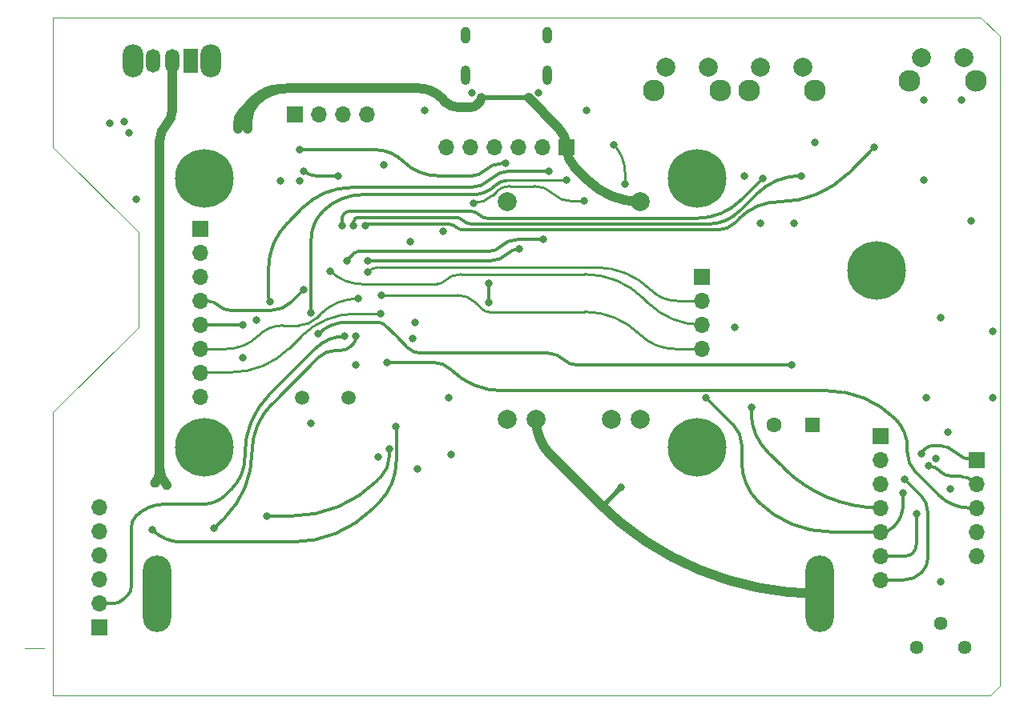
<source format=gbr>
%TF.GenerationSoftware,KiCad,Pcbnew,(7.0.0)*%
%TF.CreationDate,2023-04-30T17:40:28+02:00*%
%TF.ProjectId,STM32 Talnet console,53544d33-3220-4546-916c-6e657420636f,rev?*%
%TF.SameCoordinates,Original*%
%TF.FileFunction,Copper,L4,Bot*%
%TF.FilePolarity,Positive*%
%FSLAX46Y46*%
G04 Gerber Fmt 4.6, Leading zero omitted, Abs format (unit mm)*
G04 Created by KiCad (PCBNEW (7.0.0)) date 2023-04-30 17:40:28*
%MOMM*%
%LPD*%
G01*
G04 APERTURE LIST*
%TA.AperFunction,ComponentPad*%
%ADD10R,1.700000X1.700000*%
%TD*%
%TA.AperFunction,ComponentPad*%
%ADD11O,1.700000X1.700000*%
%TD*%
%TA.AperFunction,ComponentPad*%
%ADD12C,2.300000*%
%TD*%
%TA.AperFunction,ComponentPad*%
%ADD13C,2.000000*%
%TD*%
%TA.AperFunction,ComponentPad*%
%ADD14O,1.000000X2.100000*%
%TD*%
%TA.AperFunction,ComponentPad*%
%ADD15O,1.000000X1.800000*%
%TD*%
%TA.AperFunction,ComponentPad*%
%ADD16C,6.200000*%
%TD*%
%TA.AperFunction,ComponentPad*%
%ADD17C,1.440000*%
%TD*%
%TA.AperFunction,ComponentPad*%
%ADD18O,2.200000X3.500000*%
%TD*%
%TA.AperFunction,ComponentPad*%
%ADD19R,1.500000X2.500000*%
%TD*%
%TA.AperFunction,ComponentPad*%
%ADD20O,1.500000X2.500000*%
%TD*%
%TA.AperFunction,ComponentPad*%
%ADD21O,3.000000X8.100000*%
%TD*%
%TA.AperFunction,ComponentPad*%
%ADD22R,1.600000X1.600000*%
%TD*%
%TA.AperFunction,ComponentPad*%
%ADD23C,1.600000*%
%TD*%
%TA.AperFunction,ComponentPad*%
%ADD24C,1.500000*%
%TD*%
%TA.AperFunction,ViaPad*%
%ADD25C,0.800000*%
%TD*%
%TA.AperFunction,Conductor*%
%ADD26C,0.300000*%
%TD*%
%TA.AperFunction,Conductor*%
%ADD27C,0.250000*%
%TD*%
%TA.AperFunction,Conductor*%
%ADD28C,1.000000*%
%TD*%
%TA.AperFunction,Conductor*%
%ADD29C,0.500000*%
%TD*%
%TA.AperFunction,Profile*%
%ADD30C,0.100000*%
%TD*%
G04 APERTURE END LIST*
D10*
%TO.P,J2,1,Pin_1*%
%TO.N,+3.3V*%
X80732099Y-50624999D03*
D11*
%TO.P,J2,2,Pin_2*%
%TO.N,GND*%
X80732099Y-53164999D03*
%TO.P,J2,3,Pin_3*%
%TO.N,LCD_CS*%
X80732099Y-55704999D03*
%TO.P,J2,4,Pin_4*%
%TO.N,LCD_RES*%
X80732099Y-58244999D03*
%TO.P,J2,5,Pin_5*%
%TO.N,LCD_DC*%
X80732099Y-60784999D03*
%TO.P,J2,6,Pin_6*%
%TO.N,LCD_MOSI*%
X80732099Y-63324999D03*
%TO.P,J2,7,Pin_7*%
%TO.N,LCD_SCK*%
X80732099Y-65864999D03*
%TO.P,J2,8,Pin_8*%
%TO.N,LCD_BLK*%
X80732099Y-68404999D03*
%TD*%
D10*
%TO.P,J10,1,Pin_1*%
%TO.N,/Gyro/OCS*%
X162787099Y-75079999D03*
D11*
%TO.P,J10,2,Pin_2*%
%TO.N,/Gyro/INT2*%
X162787099Y-77619999D03*
%TO.P,J10,3,Pin_3*%
%TO.N,N/C*%
X162787099Y-80159999D03*
%TO.P,J10,4,Pin_4*%
%TO.N,/Gyro/SCX*%
X162787099Y-82699999D03*
%TO.P,J10,5,Pin_5*%
%TO.N,/Gyro/SDX*%
X162787099Y-85239999D03*
%TD*%
D12*
%TO.P,SW1,*%
%TO.N,*%
X138707100Y-36000000D03*
X145707100Y-36000000D03*
D13*
%TO.P,SW1,1,1*%
%TO.N,NRST*%
X139957100Y-33500000D03*
%TO.P,SW1,2,2*%
%TO.N,GND*%
X144457100Y-33500000D03*
%TD*%
D10*
%TO.P,J9,1,Pin_1*%
%TO.N,unconnected-(J9-Pin_1-Pad1)*%
X152627099Y-72529999D03*
D11*
%TO.P,J9,2,Pin_2*%
%TO.N,+3.3V*%
X152627099Y-75069999D03*
%TO.P,J9,3,Pin_3*%
%TO.N,GND*%
X152627099Y-77609999D03*
%TO.P,J9,4,Pin_4*%
%TO.N,N/C*%
X152627099Y-80149999D03*
%TO.P,J9,5,Pin_5*%
X152627099Y-82689999D03*
%TO.P,J9,6,Pin_6*%
%TO.N,/Gyro/CS*%
X152627099Y-85229999D03*
%TO.P,J9,7,Pin_7*%
%TO.N,/Gyro/SA0*%
X152627099Y-87769999D03*
%TD*%
D10*
%TO.P,J3,1,Pin_1*%
%TO.N,/SD_CS*%
X133732099Y-55699999D03*
D11*
%TO.P,J3,2,Pin_2*%
%TO.N,/SD_MOSI*%
X133732099Y-58239999D03*
%TO.P,J3,3,Pin_3*%
%TO.N,/SD_MISO*%
X133732099Y-60779999D03*
%TO.P,J3,4,Pin_4*%
%TO.N,/SD_SCK*%
X133732099Y-63319999D03*
%TD*%
D14*
%TO.P,J6,S1,SHIELD*%
%TO.N,unconnected-(J6-SHIELD-PadS1)*%
X117417099Y-34363999D03*
D15*
X117417099Y-30163999D03*
D14*
X108777099Y-34363999D03*
D15*
X108777099Y-30163999D03*
%TD*%
D16*
%TO.P,H1,*%
%TO.N,*%
X81207100Y-45250000D03*
%TD*%
D10*
%TO.P,J4,1,Pin_1*%
%TO.N,GND*%
X70047099Y-92824999D03*
D11*
%TO.P,J4,2,Pin_2*%
%TO.N,N/C*%
X70047099Y-90284999D03*
%TO.P,J4,3,Pin_3*%
X70047099Y-87744999D03*
%TO.P,J4,4,Pin_4*%
X70047099Y-85204999D03*
%TO.P,J4,5,Pin_5*%
X70047099Y-82664999D03*
%TO.P,J4,6,Pin_6*%
%TO.N,+3.3V*%
X70047099Y-80124999D03*
%TD*%
D10*
%TO.P,J1,1,Pin_1*%
%TO.N,+3.3V*%
X90707099Y-38474999D03*
D11*
%TO.P,J1,2,Pin_2*%
%TO.N,Net-(J1-Pin_2)*%
X93247099Y-38474999D03*
%TO.P,J1,3,Pin_3*%
%TO.N,Net-(J1-Pin_3)*%
X95787099Y-38474999D03*
%TO.P,J1,4,Pin_4*%
%TO.N,GND*%
X98327099Y-38474999D03*
%TD*%
D17*
%TO.P,RV1,1,1*%
%TO.N,+3.3V*%
X161507100Y-94885000D03*
%TO.P,RV1,2,2*%
%TO.N,Net-(BZ1--)*%
X158967100Y-92345000D03*
%TO.P,RV1,3,3*%
%TO.N,Net-(BZ1-+)*%
X156427100Y-94885000D03*
%TD*%
D18*
%TO.P,SW9,*%
%TO.N,*%
X81843099Y-32829999D03*
X73643099Y-32829999D03*
D19*
%TO.P,SW9,1,A*%
%TO.N,Net-(Q3-D)*%
X79743099Y-32829999D03*
D20*
%TO.P,SW9,2,B*%
%TO.N,Net-(SW9-B)*%
X77743099Y-32829999D03*
%TO.P,SW9,3,C*%
%TO.N,unconnected-(SW9-C-Pad3)*%
X75743099Y-32829999D03*
%TD*%
D16*
%TO.P,H3,*%
%TO.N,*%
X133207100Y-73750000D03*
%TD*%
D10*
%TO.P,J8,1,Pin_1*%
%TO.N,VBUS*%
X119447099Y-42013999D03*
D11*
%TO.P,J8,2,Pin_2*%
%TO.N,GND*%
X116907099Y-42013999D03*
%TO.P,J8,3,Pin_3*%
%TO.N,unconnected-(J8-Pin_3-Pad3)*%
X114367099Y-42013999D03*
%TO.P,J8,4,Pin_4*%
%TO.N,/Power/_USB_D-*%
X111827099Y-42013999D03*
%TO.P,J8,5,Pin_5*%
%TO.N,/Power/_USB_D+*%
X109287099Y-42013999D03*
%TO.P,J8,6,Pin_6*%
%TO.N,unconnected-(J8-Pin_6-Pad6)*%
X106747099Y-42013999D03*
%TD*%
D21*
%TO.P,J7,1,Pin_1*%
%TO.N,Net-(J7-Pin_1)*%
X76207099Y-89224999D03*
%TO.P,J7,2,Pin_2*%
%TO.N,Net-(J7-Pin_2)*%
X146207099Y-89224999D03*
%TD*%
D16*
%TO.P,H2,*%
%TO.N,*%
X133207100Y-45250000D03*
%TD*%
D12*
%TO.P,SW4,*%
%TO.N,*%
X128707100Y-36000000D03*
X135707100Y-36000000D03*
D13*
%TO.P,SW4,1,1*%
%TO.N,BOOT0*%
X129957100Y-33500000D03*
%TO.P,SW4,2,2*%
%TO.N,+3.3V*%
X134457100Y-33500000D03*
%TD*%
D12*
%TO.P,SW7,*%
%TO.N,*%
X155707100Y-35000000D03*
X162707100Y-35000000D03*
D13*
%TO.P,SW7,1,1*%
%TO.N,Net-(R14-Pad2)*%
X156957100Y-32500000D03*
%TO.P,SW7,2,2*%
%TO.N,GND*%
X161457100Y-32500000D03*
%TD*%
D22*
%TO.P,BZ1,1,-*%
%TO.N,Net-(BZ1--)*%
X145407099Y-71349999D03*
D23*
%TO.P,BZ1,2,+*%
%TO.N,Net-(BZ1-+)*%
X141407100Y-71350000D03*
%TD*%
D16*
%TO.P,H4,*%
%TO.N,*%
X81207100Y-73750000D03*
%TD*%
%TO.P,H5,*%
%TO.N,*%
X152207100Y-55000000D03*
%TD*%
D13*
%TO.P,U2,1,In+*%
%TO.N,VBUS*%
X127207100Y-47750000D03*
%TO.P,U2,2,In-*%
%TO.N,GND*%
X113207100Y-47750000D03*
%TO.P,U2,3,OUT+*%
%TO.N,Net-(SW9-B)*%
X127207100Y-70750000D03*
%TO.P,U2,4,Bat+*%
%TO.N,Net-(Q2-S)*%
X124207100Y-70750000D03*
%TO.P,U2,5,Bat-*%
%TO.N,Net-(J7-Pin_2)*%
X116207100Y-70750000D03*
%TO.P,U2,6,OUT-*%
%TO.N,GND*%
X113207100Y-70750000D03*
%TD*%
D24*
%TO.P,Y2,1,1*%
%TO.N,/OSC_IN*%
X91507100Y-68500000D03*
%TO.P,Y2,2,2*%
%TO.N,/OSC_OUT*%
X96387100Y-68500000D03*
%TD*%
D25*
%TO.N,+3.3V*%
X85207100Y-64250000D03*
X72707100Y-39250000D03*
X102957100Y-52000000D03*
X103457100Y-60500000D03*
X159007100Y-87955000D03*
X161207100Y-37000000D03*
X71207100Y-39412500D03*
X145707100Y-41500000D03*
X89211537Y-45525286D03*
X158457100Y-74905000D03*
X164457100Y-61500000D03*
X73171100Y-40500000D03*
X157457100Y-68500000D03*
X139957100Y-50000000D03*
X103707100Y-76000000D03*
X100138000Y-43811354D03*
%TO.N,GND*%
X104457100Y-38058000D03*
X103207100Y-62250000D03*
X138207100Y-45000000D03*
X86707100Y-60250000D03*
X164457100Y-68500000D03*
X162207100Y-49750000D03*
X159707100Y-72155000D03*
X107207100Y-74500000D03*
X73957100Y-47500000D03*
X137207100Y-61000000D03*
X91211537Y-45525286D03*
X157207100Y-37000000D03*
X92433100Y-71173999D03*
X106957100Y-68500000D03*
X106407100Y-50900000D03*
X99545099Y-74730000D03*
X116457100Y-36250000D03*
X159957100Y-78155000D03*
X109457100Y-36250000D03*
X97207100Y-65000000D03*
X158957100Y-60000000D03*
X157207100Y-45500000D03*
X143457100Y-50000000D03*
X121590114Y-38083036D03*
%TO.N,BTN_UP*%
X144207100Y-45000000D03*
X96957100Y-50250000D03*
%TO.N,NRST*%
X119457100Y-45500000D03*
X92457100Y-59500000D03*
%TO.N,BTN_RIGHT*%
X96207100Y-54000000D03*
X116957100Y-51750000D03*
%TO.N,BTN_LEFT*%
X95707100Y-50250000D03*
X140207100Y-45250000D03*
%TO.N,BTN_DOWN*%
X98457100Y-54000000D03*
X114457100Y-52750000D03*
%TO.N,g_SDA*%
X138957100Y-69500000D03*
%TO.N,g_SCL*%
X155007100Y-78555000D03*
X134207100Y-68500000D03*
%TO.N,g_INT*%
X100457100Y-64750000D03*
%TO.N,VBUS*%
X84707100Y-40000000D03*
X85749429Y-40000000D03*
X110457100Y-36750000D03*
X115457100Y-36750000D03*
%TO.N,/Gyro/OCS*%
X156957100Y-74405000D03*
%TO.N,/Gyro/INT2*%
X157694172Y-75719220D03*
%TO.N,/SWCLK*%
X95269100Y-45022000D03*
X91707100Y-44500000D03*
%TO.N,/Gyro/CS*%
X156407100Y-80755000D03*
%TO.N,/Gyro/SA0*%
X155207100Y-77155000D03*
%TO.N,BOOT0*%
X88133563Y-58306842D03*
X117607100Y-44500000D03*
%TO.N,Net-(SW9-B)*%
X75957100Y-77500000D03*
X77207100Y-77750000D03*
%TO.N,Net-(J7-Pin_2)*%
X125207100Y-78000000D03*
%TO.N,Net-(Q3-D)*%
X111200000Y-56400000D03*
X113033877Y-43695410D03*
X111200000Y-58400000D03*
X91207100Y-42250000D03*
%TO.N,Net-(U1-PB9)*%
X93207100Y-61750000D03*
X143207100Y-65000000D03*
%TO.N,Net-(R30-Pad2)*%
X109607100Y-47900000D03*
X125607100Y-45900000D03*
X124407100Y-41700000D03*
X121261516Y-47700000D03*
%TO.N,LCD_RES*%
X91654582Y-57083483D03*
%TO.N,LCD_DC*%
X85207100Y-60750000D03*
%TO.N,LCD_MOSI*%
X97400000Y-58000000D03*
%TO.N,LCD_SCK*%
X99800000Y-59600000D03*
%TO.N,/SD_MOSI*%
X98400000Y-55200000D03*
%TO.N,/SD_MISO*%
X94501505Y-55094127D03*
%TO.N,/SD_SCK*%
X99859657Y-57637363D03*
%TO.N,PC5*%
X87807100Y-81000000D03*
X100707100Y-73900000D03*
%TO.N,PC4*%
X98207100Y-50250000D03*
X151957100Y-42000000D03*
%TO.N,PB2*%
X95957100Y-62000000D03*
%TO.N,PB1*%
X101407100Y-71500000D03*
X75707100Y-82500000D03*
%TO.N,PB0*%
X82207100Y-82300000D03*
X97207100Y-62000000D03*
%TD*%
D26*
%TO.N,BTN_UP*%
X97351544Y-49404142D02*
X107682169Y-49404142D01*
X137707100Y-48750000D02*
X139512557Y-46944544D01*
X109396660Y-50114308D02*
X134413370Y-50114308D01*
X96957100Y-50250000D02*
X96957100Y-49893572D01*
X144207100Y-45000005D02*
G75*
G03*
X139512557Y-46944544I0J-6639095D01*
G01*
X134413370Y-50114295D02*
G75*
G03*
X137707100Y-48750000I30J4657995D01*
G01*
X97351544Y-49404168D02*
G75*
G03*
X97120124Y-49500001I-44J-327232D01*
G01*
X108545408Y-49761692D02*
G75*
G03*
X109396660Y-50114308I851292J851292D01*
G01*
X108545406Y-49761694D02*
G75*
G03*
X107682169Y-49404142I-863206J-863206D01*
G01*
X97120136Y-49500013D02*
G75*
G03*
X96957100Y-49893572I393564J-393587D01*
G01*
%TO.N,NRST*%
X97931973Y-47000000D02*
X98457100Y-47000000D01*
X92457100Y-59500000D02*
X92457100Y-51767766D01*
X98457100Y-47000000D02*
X109542887Y-47000000D01*
D27*
X113164206Y-45500000D02*
X119457100Y-45500000D01*
D26*
X97931973Y-46999990D02*
G75*
G03*
X93707101Y-48750001I27J-5974910D01*
G01*
X109542887Y-46999994D02*
G75*
G03*
X111957100Y-46000000I13J3414194D01*
G01*
X93707110Y-48750010D02*
G75*
G03*
X92457100Y-51767766I3017790J-3017790D01*
G01*
X113164206Y-45500003D02*
G75*
G03*
X111957100Y-46000000I-6J-1707097D01*
G01*
%TO.N,BTN_RIGHT*%
X96207100Y-54000000D02*
X97030323Y-53176777D01*
X97457100Y-53000000D02*
X111249994Y-53000000D01*
X114267760Y-51750000D02*
X116957100Y-51750000D01*
X97457100Y-53000014D02*
G75*
G03*
X97030323Y-53176777I0J-603586D01*
G01*
X114267760Y-51749984D02*
G75*
G03*
X112457100Y-52500000I40J-2560716D01*
G01*
X111249994Y-52999997D02*
G75*
G03*
X112457100Y-52500000I6J1707097D01*
G01*
%TO.N,BTN_LEFT*%
X111089765Y-49500000D02*
X133207100Y-49500000D01*
X109079283Y-48750000D02*
X109279106Y-48750000D01*
X96560653Y-48750000D02*
X109079283Y-48750000D01*
X137901644Y-47555456D02*
X140207100Y-45250000D01*
X95707100Y-50250000D02*
X95707100Y-49603553D01*
X95957114Y-49000014D02*
G75*
G03*
X95707100Y-49603553I603586J-603586D01*
G01*
X110229945Y-49143852D02*
G75*
G03*
X109279106Y-48750000I-950845J-950848D01*
G01*
X96560653Y-48750023D02*
G75*
G03*
X95957101Y-49000001I-53J-853477D01*
G01*
X133207100Y-49499996D02*
G75*
G03*
X137901644Y-47555456I0J6639096D01*
G01*
X110229957Y-49143840D02*
G75*
G03*
X111089765Y-49500000I859843J859840D01*
G01*
%TO.N,BTN_DOWN*%
X114414206Y-52750000D02*
X114457100Y-52750000D01*
X98457100Y-54000000D02*
X111396440Y-54000000D01*
X111396440Y-54000016D02*
G75*
G03*
X113207100Y-53250000I-40J2560716D01*
G01*
X114414206Y-52750003D02*
G75*
G03*
X113207100Y-53250000I-6J-1707097D01*
G01*
%TO.N,g_SDA*%
X138957100Y-69500000D02*
X138957100Y-70025127D01*
X140707100Y-74250000D02*
X142350317Y-75893217D01*
X138957090Y-70025127D02*
G75*
G03*
X140707101Y-74249999I5974910J27D01*
G01*
X142350310Y-75893224D02*
G75*
G03*
X152627100Y-80150000I10276790J10276824D01*
G01*
%TO.N,g_SCL*%
X147408441Y-82690000D02*
X152627100Y-82690000D01*
X134207100Y-68500000D02*
X137073216Y-71366116D01*
X137957100Y-73500000D02*
X137957100Y-75275127D01*
X152715496Y-82690000D02*
X152627100Y-82690000D01*
X155007100Y-78555000D02*
X155007100Y-79740787D01*
X137957090Y-73500000D02*
G75*
G03*
X137073216Y-71366116I-3017790J0D01*
G01*
X139707088Y-79500012D02*
G75*
G03*
X147408441Y-82690000I7701312J7701312D01*
G01*
X154007104Y-82155004D02*
G75*
G03*
X155007100Y-79740787I-2414204J2414204D01*
G01*
X137957090Y-75275127D02*
G75*
G03*
X139707101Y-79499999I5974910J27D01*
G01*
X152715496Y-82689998D02*
G75*
G03*
X154007100Y-82155000I4J1826598D01*
G01*
%TO.N,g_INT*%
X155457100Y-73767766D02*
X155457100Y-74250000D01*
X105396440Y-64750000D02*
X100457100Y-64750000D01*
X146964460Y-67750000D02*
X112639080Y-67750000D01*
X156340983Y-76383884D02*
X158707100Y-78750000D01*
X162111141Y-80160000D02*
X162787100Y-80160000D01*
X107207106Y-65499994D02*
G75*
G03*
X112639080Y-67750000I5431994J5431994D01*
G01*
X155457109Y-74250000D02*
G75*
G03*
X156340983Y-76383884I3017791J0D01*
G01*
X107207088Y-65500012D02*
G75*
G03*
X105396440Y-64750000I-1810688J-1810688D01*
G01*
X154207112Y-70749988D02*
G75*
G03*
X146964460Y-67750000I-7242612J-7242612D01*
G01*
X155457113Y-73767766D02*
G75*
G03*
X154207100Y-70750000I-4267813J-34D01*
G01*
X158707088Y-78750012D02*
G75*
G03*
X162111141Y-80160000I3404012J3404012D01*
G01*
D28*
%TO.N,VBUS*%
X121659003Y-45451903D02*
X120314013Y-44106913D01*
X85749429Y-39192181D02*
X85749429Y-40000000D01*
X86544352Y-36912749D02*
X85207100Y-38250000D01*
X84707100Y-39457106D02*
X84707100Y-40000000D01*
X110280323Y-37176776D02*
X109957100Y-37500000D01*
X103792887Y-35750000D02*
X103207100Y-35750000D01*
X103207100Y-35750000D02*
X89958579Y-35750000D01*
X106676770Y-37219670D02*
X106207100Y-36750000D01*
D29*
X115457100Y-36750000D02*
X110457100Y-36750000D01*
D28*
X118585586Y-39934121D02*
X115429282Y-36777817D01*
X109353547Y-37750000D02*
X107957100Y-37750000D01*
X119447093Y-42014000D02*
G75*
G03*
X120314013Y-44106913I2959807J0D01*
G01*
X106207104Y-36749996D02*
G75*
G03*
X103792887Y-35750000I-2414204J-2414204D01*
G01*
X119447098Y-42014000D02*
G75*
G03*
X118585586Y-39934121I-2941398J0D01*
G01*
X89207100Y-35809804D02*
G75*
G03*
X86544352Y-36912749I0J-3765696D01*
G01*
X110280333Y-37176786D02*
G75*
G03*
X110457100Y-36750000I-426833J426786D01*
G01*
X121659002Y-45451904D02*
G75*
G03*
X127207100Y-47750000I5548098J5548104D01*
G01*
X89958579Y-35749992D02*
G75*
G03*
X86598776Y-37141676I21J-4751508D01*
G01*
X86598782Y-37141682D02*
G75*
G03*
X85749429Y-39192181I2050518J-2050518D01*
G01*
X109353547Y-37750019D02*
G75*
G03*
X109957100Y-37500000I-47J853619D01*
G01*
X85207098Y-38249998D02*
G75*
G03*
X84707100Y-39457106I1207102J-1207102D01*
G01*
X106676762Y-37219678D02*
G75*
G03*
X107957100Y-37750000I1280338J1280378D01*
G01*
D26*
%TO.N,/Gyro/OCS*%
X162787100Y-75080000D02*
X162547378Y-75080000D01*
X157340056Y-73892836D02*
X157048464Y-74184428D01*
X158869527Y-73556584D02*
X158151840Y-73556584D01*
X160451823Y-74211987D02*
G75*
G03*
X162547378Y-75080000I2095577J2095587D01*
G01*
X160451809Y-74212001D02*
G75*
G03*
X158869527Y-73556584I-1582309J-1582299D01*
G01*
X158151840Y-73556607D02*
G75*
G03*
X157340056Y-73892836I-40J-1147993D01*
G01*
X157048471Y-74184435D02*
G75*
G03*
X156957100Y-74405000I220529J-220565D01*
G01*
%TO.N,/Gyro/INT2*%
X159972785Y-76755000D02*
X160807100Y-76755000D01*
X162710524Y-77543424D02*
X162787100Y-77620000D01*
X158850136Y-76198036D02*
X159007100Y-76355000D01*
X159007104Y-76354996D02*
G75*
G03*
X159972785Y-76755000I965696J965696D01*
G01*
X162710514Y-77543434D02*
G75*
G03*
X160807100Y-76755000I-1903414J-1903366D01*
G01*
X158850150Y-76198022D02*
G75*
G03*
X157694172Y-75719220I-1155950J-1155978D01*
G01*
%TO.N,/SWCLK*%
X95269100Y-45022000D02*
X92967319Y-45022000D01*
X91707094Y-44500006D02*
G75*
G03*
X92967319Y-45022000I1260206J1260206D01*
G01*
%TO.N,/Gyro/CS*%
X156407100Y-80755000D02*
X156407100Y-83989315D01*
X155343192Y-85230000D02*
X152627100Y-85230000D01*
X156007096Y-84954996D02*
G75*
G03*
X156407100Y-83989315I-965696J965696D01*
G01*
X155343192Y-85229996D02*
G75*
G03*
X156007100Y-84955000I8J938896D01*
G01*
%TO.N,/Gyro/SA0*%
X157607100Y-80555000D02*
X157607100Y-85506472D01*
X155039516Y-87770000D02*
X152627100Y-87770000D01*
X155207100Y-77155000D02*
X156899993Y-78847893D01*
X157607103Y-80555000D02*
G75*
G03*
X156899992Y-78847894I-2414203J0D01*
G01*
X155039516Y-87770006D02*
G75*
G03*
X157007100Y-86955000I-16J2782606D01*
G01*
X157007108Y-86955008D02*
G75*
G03*
X157607100Y-85506472I-1448508J1448508D01*
G01*
%TO.N,BOOT0*%
X89957100Y-50000000D02*
X91585779Y-48371321D01*
X96707100Y-46250000D02*
X109221607Y-46250000D01*
X113446480Y-44500000D02*
X117607100Y-44500000D01*
X87957100Y-57880823D02*
X87957100Y-54828427D01*
X96707100Y-46249989D02*
G75*
G03*
X91585780Y-48371322I0J-7242611D01*
G01*
X87957090Y-57880823D02*
G75*
G03*
X88133564Y-58306841I602510J23D01*
G01*
X113446480Y-44499992D02*
G75*
G03*
X111509446Y-45302346I20J-2739408D01*
G01*
X89957092Y-49999992D02*
G75*
G03*
X87957100Y-54828427I4828408J-4828408D01*
G01*
X109221607Y-46250002D02*
G75*
G03*
X111509445Y-45302345I-7J3235502D01*
G01*
D28*
%TO.N,Net-(SW9-B)*%
X77743100Y-32830000D02*
X77743100Y-38205982D01*
X76457100Y-50750000D02*
X76457100Y-75939340D01*
X76457100Y-41310660D02*
X76457100Y-50750000D01*
X76457100Y-75939340D02*
X76457100Y-76292894D01*
X77207112Y-39500012D02*
G75*
G03*
X76457100Y-41310660I1810688J-1810688D01*
G01*
X76457084Y-75939340D02*
G75*
G03*
X77207100Y-77750000I2560716J40D01*
G01*
X77207105Y-39500005D02*
G75*
G03*
X77743100Y-38205982I-1294005J1294005D01*
G01*
X75957102Y-77500002D02*
G75*
G03*
X76457100Y-76292894I-1207102J1207102D01*
G01*
D29*
%TO.N,Net-(J7-Pin_2)*%
X125207100Y-78000000D02*
X123212428Y-79994672D01*
D28*
X122707100Y-79500000D02*
X117798090Y-74590990D01*
X146207100Y-89225000D02*
X146185326Y-89225000D01*
X116207106Y-70750000D02*
G75*
G03*
X117798090Y-74590990I5431994J0D01*
G01*
X122707092Y-79500008D02*
G75*
G03*
X146185326Y-89225000I23478208J23478208D01*
G01*
D26*
%TO.N,Net-(Q3-D)*%
X113033877Y-43695410D02*
X112649552Y-43695410D01*
X111200000Y-56400000D02*
X111200000Y-58400000D01*
X99189334Y-42250000D02*
X91207100Y-42250000D01*
X109499994Y-45000000D02*
X107957100Y-45000000D01*
X107957100Y-45000000D02*
X105828420Y-45000000D01*
X109499994Y-44999997D02*
G75*
G03*
X110707100Y-44500000I6J1707097D01*
G01*
X102207094Y-43500006D02*
G75*
G03*
X105828420Y-45000000I3621306J3621306D01*
G01*
X102207090Y-43500010D02*
G75*
G03*
X99189334Y-42250000I-3017790J-3017790D01*
G01*
X112649552Y-43695391D02*
G75*
G03*
X110707101Y-44500001I48J-2747109D01*
G01*
%TO.N,Net-(U1-PB9)*%
X100310654Y-60853553D02*
X101457100Y-62000000D01*
X96224866Y-60500000D02*
X99457100Y-60500000D01*
X103957100Y-63750000D02*
X117396440Y-63750000D01*
X101457100Y-62000000D02*
X102676769Y-63219669D01*
X120414206Y-65000000D02*
X143207100Y-65000000D01*
X100310652Y-60853555D02*
G75*
G03*
X99457100Y-60500000I-853552J-853545D01*
G01*
X119207098Y-64500002D02*
G75*
G03*
X120414206Y-65000000I1207102J1207102D01*
G01*
X102676761Y-63219677D02*
G75*
G03*
X103957100Y-63750000I1280339J1280377D01*
G01*
X119207088Y-64500012D02*
G75*
G03*
X117396440Y-63750000I-1810688J-1810688D01*
G01*
X96224866Y-60499987D02*
G75*
G03*
X93207100Y-61750000I34J-4267813D01*
G01*
D27*
%TO.N,Net-(R30-Pad2)*%
X125607100Y-45900000D02*
X125607100Y-44597056D01*
X113407100Y-46100000D02*
X116075730Y-46100000D01*
X111655628Y-47051472D02*
X112041414Y-46665686D01*
X119938470Y-47700000D02*
X121261516Y-47700000D01*
X125607118Y-44597056D02*
G75*
G03*
X124407100Y-41700000I-4097118J-44D01*
G01*
X109607100Y-47899987D02*
G75*
G03*
X111655628Y-47051472I0J2897087D01*
G01*
X113407100Y-46100009D02*
G75*
G03*
X112041414Y-46665686I0J-1931391D01*
G01*
X118007109Y-46899991D02*
G75*
G03*
X119938470Y-47700000I1931391J1931391D01*
G01*
X118007091Y-46900009D02*
G75*
G03*
X116075730Y-46100000I-1931391J-1931391D01*
G01*
D26*
%TO.N,LCD_RES*%
X91654582Y-57083483D02*
X90393845Y-58344220D01*
X81508633Y-58245000D02*
X80732100Y-58245000D01*
X88207100Y-59250000D02*
X83934917Y-59250000D01*
X88207100Y-59250006D02*
G75*
G03*
X90393844Y-58344219I0J3092506D01*
G01*
X82607090Y-58700010D02*
G75*
G03*
X81508633Y-58245000I-1098490J-1098490D01*
G01*
X82607095Y-58700005D02*
G75*
G03*
X83934917Y-59250000I1327805J1327805D01*
G01*
%TO.N,LCD_DC*%
X85207100Y-60750000D02*
X80816597Y-60750000D01*
X80816597Y-60749999D02*
G75*
G03*
X80732100Y-60785000I3J-119501D01*
G01*
D27*
%TO.N,LCD_MOSI*%
X93445746Y-59637905D02*
X93035347Y-60048305D01*
X83491636Y-63325000D02*
X80732100Y-63325000D01*
X91134811Y-60835533D02*
X89501740Y-60835533D01*
X97400000Y-58000012D02*
G75*
G03*
X93445746Y-59637905I0J-5592188D01*
G01*
X89501740Y-60835573D02*
G75*
G03*
X86885708Y-61919129I-40J-3699627D01*
G01*
X91134811Y-60835549D02*
G75*
G03*
X93035347Y-60048305I-11J2687749D01*
G01*
X83491636Y-63325008D02*
G75*
G03*
X86885708Y-61919129I-36J4800008D01*
G01*
%TO.N,LCD_SCK*%
X99800000Y-59600000D02*
X97194112Y-59600000D01*
X91400000Y-62000000D02*
X90145585Y-63254415D01*
X84000000Y-65800000D02*
X80889023Y-65800000D01*
X97194112Y-59600006D02*
G75*
G03*
X91400001Y-62000001I-12J-8194094D01*
G01*
X80889023Y-65800010D02*
G75*
G03*
X80732100Y-65865000I-23J-221890D01*
G01*
X84000000Y-65799990D02*
G75*
G03*
X90145584Y-63254414I0J8691190D01*
G01*
%TO.N,/SD_MOSI*%
X99607985Y-54699636D02*
X122572695Y-54699636D01*
X131119889Y-58240000D02*
X133732100Y-58240000D01*
X128374917Y-57102998D02*
G75*
G03*
X122572695Y-54699636I-5802217J-5802202D01*
G01*
X99607985Y-54699631D02*
G75*
G03*
X98400001Y-55200001I15J-1708369D01*
G01*
X128374919Y-57102996D02*
G75*
G03*
X131119889Y-58240000I2744981J2744996D01*
G01*
%TO.N,/SD_MISO*%
X108263124Y-55427541D02*
X121389535Y-55427541D01*
X97788316Y-56455569D02*
X105781246Y-56455569D01*
X127600000Y-58000000D02*
X128009707Y-58409707D01*
X127599990Y-58000010D02*
G75*
G03*
X121389535Y-55427541I-6210490J-6210490D01*
G01*
X108263124Y-55427547D02*
G75*
G03*
X106541462Y-56140677I-24J-2434753D01*
G01*
X105781246Y-56455612D02*
G75*
G03*
X106541461Y-56140676I-46J1075112D01*
G01*
X94501493Y-55094139D02*
G75*
G03*
X97788316Y-56455569I3286807J3286839D01*
G01*
X128009704Y-58409710D02*
G75*
G03*
X133732100Y-60780000I5722396J5722410D01*
G01*
%TO.N,/SD_SCK*%
X109800000Y-58400000D02*
X110517157Y-59117157D01*
X130869604Y-63320000D02*
X133732100Y-63320000D01*
X99859657Y-57637363D02*
X107958832Y-57637363D01*
X111200000Y-59400000D02*
X121405888Y-59400000D01*
X127199999Y-61800001D02*
G75*
G03*
X130869604Y-63320000I3669601J3669601D01*
G01*
X127200004Y-61799996D02*
G75*
G03*
X121405888Y-59400000I-5794104J-5794104D01*
G01*
X110517154Y-59117160D02*
G75*
G03*
X111200000Y-59400000I682846J682860D01*
G01*
X109799991Y-58400009D02*
G75*
G03*
X107958832Y-57637363I-1841191J-1841191D01*
G01*
D26*
%TO.N,PC5*%
X90403800Y-81000000D02*
X87807100Y-81000000D01*
X99823217Y-76883884D02*
X99457100Y-77250000D01*
X100707100Y-73900000D02*
X100707100Y-74750000D01*
X90403800Y-80999999D02*
G75*
G03*
X99457100Y-77250000I0J12803299D01*
G01*
X99823223Y-76883890D02*
G75*
G03*
X100707100Y-74750000I-2133923J2133890D01*
G01*
%TO.N,PC4*%
X151957100Y-42000000D02*
X149212305Y-44744795D01*
X106805874Y-50084637D02*
X98606321Y-50084637D01*
X135396440Y-50750000D02*
X108412202Y-50750000D01*
X137689333Y-49517767D02*
X137207100Y-50000000D01*
X141957100Y-47749991D02*
G75*
G03*
X137689334Y-49517768I0J-6035509D01*
G01*
X98606321Y-50084646D02*
G75*
G03*
X98207100Y-50250000I-21J-564554D01*
G01*
X107916872Y-50544812D02*
G75*
G03*
X106805874Y-50084637I-1110972J-1110988D01*
G01*
X141957100Y-47750002D02*
G75*
G03*
X149212305Y-44744795I0J10260402D01*
G01*
X135396440Y-50750016D02*
G75*
G03*
X137207100Y-50000000I-40J2560716D01*
G01*
X107916864Y-50544820D02*
G75*
G03*
X108412202Y-50750000I495336J495320D01*
G01*
%TO.N,PB2*%
X73103547Y-89353554D02*
X72707100Y-89750000D01*
X81042887Y-79750000D02*
X76974866Y-79750000D01*
X73457100Y-82207106D02*
X73457100Y-88500000D01*
X85457100Y-74396446D02*
X85457100Y-74750000D01*
X84042886Y-78164213D02*
X83457100Y-78750000D01*
X92969663Y-63237437D02*
X88035527Y-68171573D01*
X71415496Y-90285000D02*
X70047100Y-90285000D01*
X81042887Y-79749994D02*
G75*
G03*
X83457100Y-78750000I13J3414194D01*
G01*
X95957100Y-62000008D02*
G75*
G03*
X92969663Y-63237437I0J-4224892D01*
G01*
X84042881Y-78164208D02*
G75*
G03*
X85457100Y-74750000I-3414181J3414208D01*
G01*
X73103545Y-89353552D02*
G75*
G03*
X73457100Y-88500000I-853545J853552D01*
G01*
X73957098Y-80999998D02*
G75*
G03*
X73457100Y-82207106I1207102J-1207102D01*
G01*
X76974866Y-79749987D02*
G75*
G03*
X73957100Y-81000000I34J-4267813D01*
G01*
X71415496Y-90284998D02*
G75*
G03*
X72707100Y-89750000I4J1826598D01*
G01*
X88035504Y-68171550D02*
G75*
G03*
X85457100Y-74396446I6224896J-6224850D01*
G01*
%TO.N,PB1*%
X78724866Y-83750000D02*
X90507353Y-83750000D01*
X101457100Y-75189340D02*
X101457100Y-71620710D01*
X98957100Y-80250000D02*
X99646440Y-79560660D01*
X75707110Y-82499990D02*
G75*
G03*
X78724866Y-83750000I3017790J3017790D01*
G01*
X99646424Y-79560644D02*
G75*
G03*
X101457100Y-75189340I-4371324J4371344D01*
G01*
X90507353Y-83749980D02*
G75*
G03*
X98957100Y-80250000I47J11949680D01*
G01*
X101457095Y-71620710D02*
G75*
G03*
X101407100Y-71500000I-170695J10D01*
G01*
%TO.N,PB0*%
X96853547Y-62853554D02*
X96707100Y-63000000D01*
X95499994Y-63500000D02*
X95017760Y-63500000D01*
X83343318Y-81163783D02*
X82207100Y-82300000D01*
X93207100Y-64250000D02*
X88328421Y-69128679D01*
X95499994Y-63499997D02*
G75*
G03*
X96707100Y-63000000I6J1707097D01*
G01*
X96853545Y-62853552D02*
G75*
G03*
X97207100Y-62000000I-853545J853552D01*
G01*
X95017760Y-63499984D02*
G75*
G03*
X93207100Y-64250000I40J-2560716D01*
G01*
X88328429Y-69128687D02*
G75*
G03*
X86207100Y-74250000I5121271J-5121313D01*
G01*
X83343325Y-81163790D02*
G75*
G03*
X86207100Y-74250000I-6913825J6913790D01*
G01*
%TD*%
D30*
X163207100Y-28250000D02*
X65207100Y-28250000D01*
X164207100Y-100000000D02*
X165207100Y-99000000D01*
X163207100Y-28250000D02*
X165207100Y-30250000D01*
X65207100Y-28250000D02*
X65207100Y-42000000D01*
X74207100Y-51000000D02*
X74207100Y-61000000D01*
X65207100Y-70000000D02*
X65207100Y-100000000D01*
X64207100Y-95000000D02*
X62207100Y-95000000D01*
X74207100Y-61000000D02*
X65207100Y-70000000D01*
X74207100Y-51000000D02*
X65207100Y-42000000D01*
X65207100Y-100000000D02*
X164207100Y-100000000D01*
X165207100Y-99000000D02*
X165207100Y-30250000D01*
M02*

</source>
